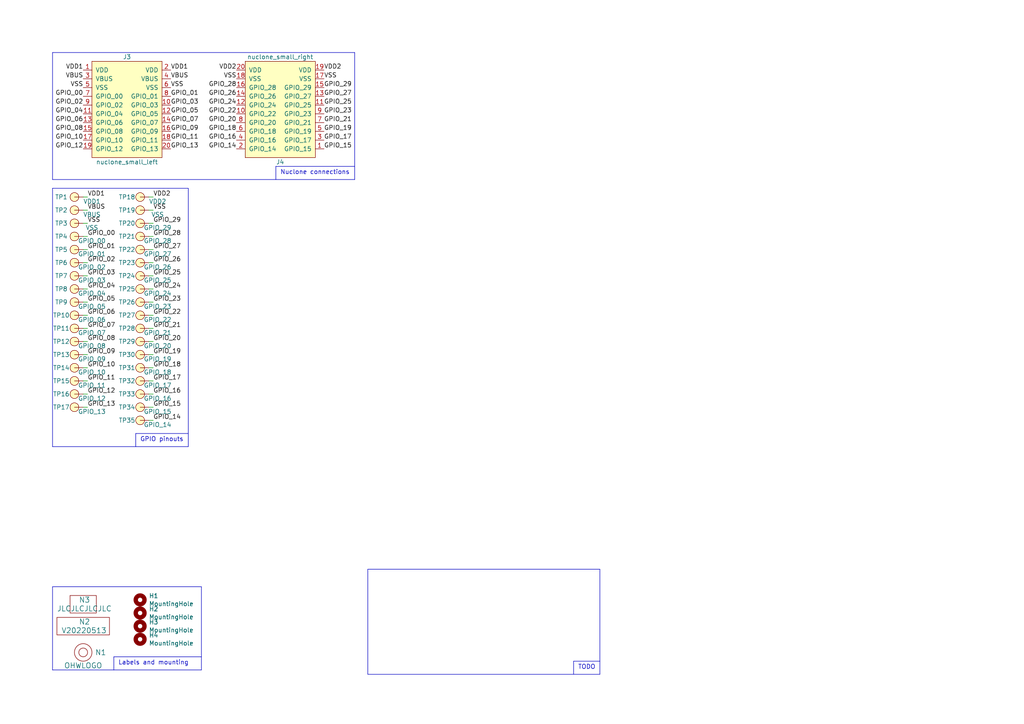
<source format=kicad_sch>
(kicad_sch (version 20230121) (generator eeschema)
  (paper "A4")
  (lib_symbols
    (symbol "Mechanical:MountingHole" (pin_names (offset 1.016))
      (property "Reference" "H" (at 0 5.08 0))
      (property "Value" "MountingHole" (at 0 3.175 0))
      (symbol "MountingHole_0_1"
        (circle (center 0 0) (radius 1.27) (stroke (width 1.27)))
      )
    )
    (symbol "SquantorConnectorsNamed:nuclone_small_left" (pin_names (offset 1.016))
      (property "Reference" "J" (at 0 15.24 0))
      (property "Value" "nuclone_small_left" (at 0 -15.24 0))
      (symbol "nuclone_small_left_0_1"
        (rectangle (start -10.16 13.97) (end 10.16 -13.97) (fill (type background)))
      )
      (symbol "nuclone_small_left_1_1"
        (pin power_in line (at -12.7 11.43 0) (length 2.54) (name "VDD") (number "1"))
        (pin bidirectional line (at 12.7 1.27 180) (length 2.54) (name "GPIO_03") (number "10"))
        (pin bidirectional line (at -12.7 -1.27 0) (length 2.54) (name "GPIO_04") (number "11"))
        (pin bidirectional line (at 12.7 -1.27 180) (length 2.54) (name "GPIO_05") (number "12"))
        (pin bidirectional line (at -12.7 -3.81 0) (length 2.54) (name "GPIO_06") (number "13"))
        (pin bidirectional line (at 12.7 -3.81 180) (length 2.54) (name "GPIO_07") (number "14"))
        (pin bidirectional line (at -12.7 -6.35 0) (length 2.54) (name "GPIO_08") (number "15"))
        (pin bidirectional line (at 12.7 -6.35 180) (length 2.54) (name "GPIO_09") (number "16"))
        (pin bidirectional line (at -12.7 -8.89 0) (length 2.54) (name "GPIO_10") (number "17"))
        (pin bidirectional line (at 12.7 -8.89 180) (length 2.54) (name "GPIO_11") (number "18"))
        (pin bidirectional line (at -12.7 -11.43 0) (length 2.54) (name "GPIO_12") (number "19"))
        (pin power_in line (at 12.7 11.43 180) (length 2.54) (name "VDD") (number "2"))
        (pin bidirectional line (at 12.7 -11.43 180) (length 2.54) (name "GPIO_13") (number "20"))
        (pin power_in line (at -12.7 8.89 0) (length 2.54) (name "VBUS") (number "3"))
        (pin power_in line (at 12.7 8.89 180) (length 2.54) (name "VBUS") (number "4"))
        (pin power_in line (at -12.7 6.35 0) (length 2.54) (name "VSS") (number "5"))
        (pin power_in line (at 12.7 6.35 180) (length 2.54) (name "VSS") (number "6"))
        (pin bidirectional line (at -12.7 3.81 0) (length 2.54) (name "GPIO_00") (number "7"))
        (pin bidirectional line (at 12.7 3.81 180) (length 2.54) (name "GPIO_01") (number "8"))
        (pin bidirectional line (at -12.7 1.27 0) (length 2.54) (name "GPIO_02") (number "9"))
      )
    )
    (symbol "SquantorConnectorsNamed:nuclone_small_right" (pin_names (offset 1.016))
      (property "Reference" "J" (at 0 -15.24 0))
      (property "Value" "nuclone_small_right" (at 0 15.24 0))
      (symbol "nuclone_small_right_0_1"
        (rectangle (start 10.16 -13.97) (end -10.16 13.97) (fill (type background)))
      )
      (symbol "nuclone_small_right_1_1"
        (pin bidirectional line (at 12.7 -11.43 180) (length 2.54) (name "GPIO_15") (number "1"))
        (pin bidirectional line (at -12.7 -1.27 0) (length 2.54) (name "GPIO_22") (number "10"))
        (pin bidirectional line (at 12.7 1.27 180) (length 2.54) (name "GPIO_25") (number "11"))
        (pin bidirectional line (at -12.7 1.27 0) (length 2.54) (name "GPIO_24") (number "12"))
        (pin bidirectional line (at 12.7 3.81 180) (length 2.54) (name "GPIO_27") (number "13"))
        (pin bidirectional line (at -12.7 3.81 0) (length 2.54) (name "GPIO_26") (number "14"))
        (pin bidirectional line (at 12.7 6.35 180) (length 2.54) (name "GPIO_29") (number "15"))
        (pin bidirectional line (at -12.7 6.35 0) (length 2.54) (name "GPIO_28") (number "16"))
        (pin power_in line (at 12.7 8.89 180) (length 2.54) (name "VSS") (number "17"))
        (pin power_in line (at -12.7 8.89 0) (length 2.54) (name "VSS") (number "18"))
        (pin power_in line (at 12.7 11.43 180) (length 2.54) (name "VDD") (number "19"))
        (pin bidirectional line (at -12.7 -11.43 0) (length 2.54) (name "GPIO_14") (number "2"))
        (pin power_in line (at -12.7 11.43 0) (length 2.54) (name "VDD") (number "20"))
        (pin bidirectional line (at 12.7 -8.89 180) (length 2.54) (name "GPIO_17") (number "3"))
        (pin bidirectional line (at -12.7 -8.89 0) (length 2.54) (name "GPIO_16") (number "4"))
        (pin bidirectional line (at 12.7 -6.35 180) (length 2.54) (name "GPIO_19") (number "5"))
        (pin bidirectional line (at -12.7 -6.35 0) (length 2.54) (name "GPIO_18") (number "6"))
        (pin bidirectional line (at 12.7 -3.81 180) (length 2.54) (name "GPIO_21") (number "7"))
        (pin bidirectional line (at -12.7 -3.81 0) (length 2.54) (name "GPIO_20") (number "8"))
        (pin bidirectional line (at 12.7 -1.27 180) (length 2.54) (name "GPIO_23") (number "9"))
      )
    )
    (symbol "SquantorLabels:Label" (pin_names (offset 1.016))
      (property "Reference" "N" (at 0 1.27 0))
      (property "Value" "Label" (at 0 -1.27 0))
      (symbol "Label_0_1"
        (rectangle (start -3.81 2.54) (end 3.81 -2.54))
      )
    )
    (symbol "SquantorLabels:OHWLOGO" (pin_names (offset 1.016))
      (property "Reference" "N" (at 0 3.81 0))
      (property "Value" "OHWLOGO" (at 0 -3.81 0))
      (symbol "OHWLOGO_0_1"
        (circle (center 0 0) (radius 1.27))
        (circle (center 0 0) (radius 2.54))
      )
    )
    (symbol "SquantorLabels:VYYYYMMDD" (pin_names (offset 1.016))
      (property "Reference" "N" (at 0 2.54 0))
      (property "Value" "VYYYYMMDD" (at 0 0 0))
      (symbol "VYYYYMMDD_0_1"
        (rectangle (start 7.62 -1.27) (end -7.62 3.81))
      )
    )
    (symbol "SquantorProto:testpad" (pin_numbers hide) (pin_names (offset 1.016) hide)
      (property "Reference" "TP" (at 0 2.54 0))
      (property "Value" "testpad" (at 0 -2.54 0))
      (symbol "testpad_0_1"
        (circle (center 0 0) (radius 1.27) (fill (type background)))
      )
      (symbol "testpad_1_1"
        (pin passive line (at -2.54 0 0) (length 2.54) (name "1") (number "1"))
      )
    )
  )
  (wire (pts (xy 24.13 102.87) (xy 25.4 102.87)))
  (polyline (pts (xy 39.37 125.73) (xy 39.37 129.54)))
  (wire (pts (xy 24.13 60.96) (xy 25.4 60.96)))
  (wire (pts (xy 24.13 110.49) (xy 25.4 110.49)))
  (polyline (pts (xy 102.87 15.24) (xy 15.24 15.24)))
  (wire (pts (xy 44.45 68.58) (xy 43.18 68.58)))
  (wire (pts (xy 25.4 64.77) (xy 24.13 64.77)))
  (wire (pts (xy 25.4 106.68) (xy 24.13 106.68)))
  (wire (pts (xy 43.18 102.87) (xy 44.45 102.87)))
  (polyline (pts (xy 58.42 194.31) (xy 58.42 170.18)))
  (wire (pts (xy 44.45 118.11) (xy 43.18 118.11)))
  (polyline (pts (xy 54.61 129.54) (xy 54.61 54.61)))
  (wire (pts (xy 25.4 114.3) (xy 24.13 114.3)))
  (polyline (pts (xy 54.61 125.73) (xy 39.37 125.73)))
  (polyline (pts (xy 15.24 129.54) (xy 54.61 129.54)))
  (wire (pts (xy 25.4 76.2) (xy 24.13 76.2)))
  (polyline (pts (xy 102.87 48.26) (xy 80.01 48.26)))
  (polyline (pts (xy 106.68 165.1) (xy 173.99 165.1)))
  (polyline (pts (xy 54.61 54.61) (xy 15.24 54.61)))
  (polyline (pts (xy 173.99 165.1) (xy 173.99 195.58)))
  (wire (pts (xy 24.13 95.25) (xy 25.4 95.25)))
  (polyline (pts (xy 15.24 170.18) (xy 15.24 194.31)))
  (polyline (pts (xy 15.24 54.61) (xy 15.24 129.54)))
  (polyline (pts (xy 58.42 170.18) (xy 15.24 170.18)))
  (wire (pts (xy 44.45 99.06) (xy 43.18 99.06)))
  (wire (pts (xy 44.45 106.68) (xy 43.18 106.68)))
  (wire (pts (xy 43.18 72.39) (xy 44.45 72.39)))
  (wire (pts (xy 43.18 80.01) (xy 44.45 80.01)))
  (wire (pts (xy 24.13 72.39) (xy 25.4 72.39)))
  (wire (pts (xy 25.4 99.06) (xy 24.13 99.06)))
  (wire (pts (xy 43.18 121.92) (xy 44.45 121.92)))
  (wire (pts (xy 43.18 114.3) (xy 44.45 114.3)))
  (polyline (pts (xy 15.24 194.31) (xy 58.42 194.31)))
  (wire (pts (xy 44.45 60.96) (xy 43.18 60.96)))
  (polyline (pts (xy 80.01 48.26) (xy 80.01 52.07)))
  (polyline (pts (xy 102.87 52.07) (xy 102.87 15.24)))
  (wire (pts (xy 24.13 87.63) (xy 25.4 87.63)))
  (wire (pts (xy 24.13 118.11) (xy 25.4 118.11)))
  (wire (pts (xy 44.45 91.44) (xy 43.18 91.44)))
  (polyline (pts (xy 15.24 15.24) (xy 15.24 52.07)))
  (polyline (pts (xy 15.24 52.07) (xy 102.87 52.07)))
  (wire (pts (xy 43.18 95.25) (xy 44.45 95.25)))
  (polyline (pts (xy 106.68 195.58) (xy 106.68 165.1)))
  (wire (pts (xy 25.4 57.15) (xy 24.13 57.15)))
  (polyline (pts (xy 166.37 195.58) (xy 166.37 191.77)))
  (wire (pts (xy 43.18 57.15) (xy 44.45 57.15)))
  (polyline (pts (xy 58.42 190.5) (xy 33.02 190.5)))
  (wire (pts (xy 25.4 68.58) (xy 24.13 68.58)))
  (wire (pts (xy 25.4 83.82) (xy 24.13 83.82)))
  (wire (pts (xy 25.4 91.44) (xy 24.13 91.44)))
  (wire (pts (xy 43.18 110.49) (xy 44.45 110.49)))
  (wire (pts (xy 43.18 87.63) (xy 44.45 87.63)))
  (polyline (pts (xy 173.99 195.58) (xy 106.68 195.58)))
  (wire (pts (xy 44.45 83.82) (xy 43.18 83.82)))
  (wire (pts (xy 24.13 80.01) (xy 25.4 80.01)))
  (wire (pts (xy 43.18 64.77) (xy 44.45 64.77)))
  (wire (pts (xy 44.45 76.2) (xy 43.18 76.2)))
  (polyline (pts (xy 33.02 190.5) (xy 33.02 194.31)))
  (polyline (pts (xy 166.37 191.77) (xy 173.99 191.77)))
  (text "Nuclone connections" (at 81.28 50.8 0) (effects (font (size 1.27 1.27)) (justify left bottom)))
  (text "TODO" (at 167.64 194.31 0) (effects (font (size 1.27 1.27)) (justify left bottom)))
  (text "Labels and mounting" (at 34.29 193.04 0) (effects (font (size 1.27 1.27)) (justify left bottom)))
  (text "GPIO pinouts" (at 40.64 128.27 0) (effects (font (size 1.27 1.27)) (justify left bottom)))
  (label "VBUS" (at 49.53 22.86 0))
  (label "GPIO_08" (at 25.4 99.06 0))
  (label "GPIO_24" (at 44.45 83.82 0))
  (label "GPIO_02" (at 25.4 76.2 0))
  (label "GPIO_05" (at 49.53 33.02 0))
  (label "VSS" (at 93.98 22.86 0))
  (label "VDD2" (at 44.45 57.15 0))
  (label "GPIO_27" (at 93.98 27.94 0))
  (label "GPIO_12" (at 25.4 114.3 0))
  (label "GPIO_11" (at 25.4 110.49 0))
  (label "GPIO_20" (at 68.58 35.56 180))
  (label "GPIO_16" (at 68.58 40.64 180))
  (label "VDD2" (at 93.98 20.32 0))
  (label "GPIO_23" (at 93.98 33.02 0))
  (label "GPIO_04" (at 25.4 83.82 0))
  (label "VSS" (at 49.53 25.4 0))
  (label "GPIO_15" (at 93.98 43.18 0))
  (label "GPIO_09" (at 49.53 38.1 0))
  (label "GPIO_26" (at 44.45 76.2 0))
  (label "GPIO_03" (at 25.4 80.01 0))
  (label "GPIO_12" (at 24.13 43.18 180))
  (label "GPIO_22" (at 44.45 91.44 0))
  (label "GPIO_22" (at 68.58 33.02 180))
  (label "GPIO_26" (at 68.58 27.94 180))
  (label "GPIO_06" (at 24.13 35.56 180))
  (label "GPIO_19" (at 93.98 38.1 0))
  (label "VDD1" (at 49.53 20.32 0))
  (label "GPIO_29" (at 93.98 25.4 0))
  (label "GPIO_19" (at 44.45 102.87 0))
  (label "VDD1" (at 24.13 20.32 180))
  (label "VDD1" (at 25.4 57.15 0))
  (label "VBUS" (at 24.13 22.86 180))
  (label "GPIO_00" (at 24.13 27.94 180))
  (label "GPIO_07" (at 25.4 95.25 0))
  (label "GPIO_27" (at 44.45 72.39 0))
  (label "GPIO_16" (at 44.45 114.3 0))
  (label "VDD2" (at 68.58 20.32 180))
  (label "GPIO_04" (at 24.13 33.02 180))
  (label "GPIO_03" (at 49.53 30.48 0))
  (label "GPIO_21" (at 93.98 35.56 0))
  (label "GPIO_20" (at 44.45 99.06 0))
  (label "GPIO_10" (at 24.13 40.64 180))
  (label "VBUS" (at 25.4 60.96 0))
  (label "GPIO_29" (at 44.45 64.77 0))
  (label "GPIO_18" (at 68.58 38.1 180))
  (label "GPIO_25" (at 44.45 80.01 0))
  (label "VSS" (at 25.4 64.77 0))
  (label "GPIO_01" (at 25.4 72.39 0))
  (label "GPIO_09" (at 25.4 102.87 0))
  (label "GPIO_23" (at 44.45 87.63 0))
  (label "GPIO_10" (at 25.4 106.68 0))
  (label "GPIO_28" (at 68.58 25.4 180))
  (label "GPIO_05" (at 25.4 87.63 0))
  (label "GPIO_24" (at 68.58 30.48 180))
  (label "GPIO_21" (at 44.45 95.25 0))
  (label "GPIO_08" (at 24.13 38.1 180))
  (label "VSS" (at 24.13 25.4 180))
  (label "GPIO_17" (at 44.45 110.49 0))
  (label "VSS" (at 68.58 22.86 180))
  (label "GPIO_25" (at 93.98 30.48 0))
  (label "GPIO_14" (at 44.45 121.92 0))
  (label "GPIO_06" (at 25.4 91.44 0))
  (label "GPIO_14" (at 68.58 43.18 180))
  (label "GPIO_18" (at 44.45 106.68 0))
  (label "GPIO_15" (at 44.45 118.11 0))
  (label "GPIO_02" (at 24.13 30.48 180))
  (label "GPIO_11" (at 49.53 40.64 0))
  (label "GPIO_01" (at 49.53 27.94 0))
  (label "GPIO_13" (at 25.4 118.11 0))
  (label "GPIO_17" (at 93.98 40.64 0))
  (label "GPIO_28" (at 44.45 68.58 0))
  (label "GPIO_13" (at 49.53 43.18 0))
  (label "GPIO_07" (at 49.53 35.56 0))
  (label "GPIO_00" (at 25.4 68.58 0))
  (label "VSS" (at 44.45 60.96 0))
  (symbol (lib_id "SquantorLabels:OHWLOGO") (at 24.13 189.23 0) (unit 1)
    (property "Reference" "N1" (at 29.21 189.23 0) (effects (font (size 1.524 1.524))))
    (property "Value" "OHWLOGO" (at 24.13 193.04 0) (effects (font (size 1.524 1.524))))
    (property "Footprint" "Symbols:OSHW-Symbol_6.7x6mm_SilkScreen" (effects hide))
  )
  (symbol (lib_id "Mechanical:MountingHole") (at 40.64 185.42 0) (unit 1)
    (property "Reference" "H4" (at 43.18 184.2516 0) (effects (justify left)))
    (property "Value" "MountingHole" (at 43.18 186.563 0) (effects (justify left)))
    (property "Footprint" "MountingHole:MountingHole_3.2mm_M3_Pad_Via" (effects hide))
  )
  (symbol (lib_id "Mechanical:MountingHole") (at 40.64 181.61 0) (unit 1)
    (property "Reference" "H3" (at 43.18 180.4416 0) (effects (justify left)))
    (property "Value" "MountingHole" (at 43.18 182.753 0) (effects (justify left)))
    (property "Footprint" "MountingHole:MountingHole_3.2mm_M3_Pad_Via" (effects hide))
  )
  (symbol (lib_id "Mechanical:MountingHole") (at 40.64 177.8 0) (unit 1)
    (property "Reference" "H2" (at 43.18 176.6316 0) (effects (justify left)))
    (property "Value" "MountingHole" (at 43.18 178.943 0) (effects (justify left)))
    (property "Footprint" "MountingHole:MountingHole_3.2mm_M3_Pad_Via" (effects hide))
  )
  (symbol (lib_id "Mechanical:MountingHole") (at 40.64 173.99 0) (unit 1)
    (property "Reference" "H1" (at 43.18 172.8216 0) (effects (justify left)))
    (property "Value" "MountingHole" (at 43.18 175.133 0) (effects (justify left)))
    (property "Footprint" "MountingHole:MountingHole_3.2mm_M3_Pad_Via" (effects hide))
  )
  (symbol (lib_id "SquantorLabels:VYYYYMMDD") (at 24.13 182.88 0) (unit 1)
    (property "Reference" "N2" (at 22.86 180.34 0) (effects (font (size 1.524 1.524)) (justify left)))
    (property "Value" "V20220513" (at 17.78 182.88 0) (effects (font (size 1.524 1.524)) (justify left)))
    (property "Footprint" "SquantorLabels:Label_Generic" (effects hide))
  )
  (symbol (lib_id "SquantorConnectorsNamed:nuclone_small_left") (at 36.83 31.75 0) (unit 1)
    (property "Reference" "J3" (at 36.83 16.51 0))
    (property "Value" "nuclone_small_left" (at 36.83 46.99 0))
    (property "Footprint" "SquantorConnectorsNamed:nuclone_small_left_stacked" (effects hide))
  )
  (symbol (lib_id "SquantorConnectorsNamed:nuclone_small_right") (at 81.28 31.75 0) (unit 1)
    (property "Reference" "J4" (at 81.28 46.99 0))
    (property "Value" "nuclone_small_right" (at 81.28 16.51 0))
    (property "Footprint" "SquantorConnectorsNamed:nuclone_small_right_stacked" (effects hide))
  )
  (symbol (lib_id "SquantorLabels:Label") (at 24.13 175.26 0) (unit 1)
    (property "Reference" "N3" (at 22.86 173.99 0) (effects (font (size 1.524 1.524)) (justify left)))
    (property "Value" "JLCJLCJLCJLC" (at 16.51 176.53 0) (effects (font (size 1.524 1.524)) (justify left)))
    (property "Footprint" "SquantorLabels:Label_Generic" (effects hide))
  )
  (symbol (lib_id "SquantorProto:testpad") (at 21.59 57.15 180) (unit 1)
    (property "Reference" "TP1" (at 17.78 57.15 0))
    (property "Value" "VDD1" (at 26.67 58.42 0))
    (property "Footprint" "SquantorTestPoints:TestPoint_hole_H05R10_2side" (effects hide))
  )
  (symbol (lib_id "SquantorProto:testpad") (at 21.59 60.96 180) (unit 1)
    (property "Reference" "TP2" (at 17.78 60.96 0))
    (property "Value" "VBUS" (at 26.67 62.23 0))
    (property "Footprint" "SquantorTestPoints:TestPoint_hole_H05R10_2side" (effects hide))
  )
  (symbol (lib_id "SquantorProto:testpad") (at 21.59 64.77 180) (unit 1)
    (property "Reference" "TP3" (at 17.78 64.77 0))
    (property "Value" "VSS" (at 26.67 66.04 0))
    (property "Footprint" "SquantorTestPoints:TestPoint_hole_H05R10_2side" (effects hide))
  )
  (symbol (lib_id "SquantorProto:testpad") (at 21.59 68.58 180) (unit 1)
    (property "Reference" "TP4" (at 17.78 68.58 0))
    (property "Value" "GPIO_00" (at 26.67 69.85 0))
    (property "Footprint" "SquantorTestPoints:TestPoint_hole_H05R10_2side" (effects hide))
  )
  (symbol (lib_id "SquantorProto:testpad") (at 21.59 72.39 180) (unit 1)
    (property "Reference" "TP5" (at 17.78 72.39 0))
    (property "Value" "GPIO_01" (at 26.67 73.66 0))
    (property "Footprint" "SquantorTestPoints:TestPoint_hole_H05R10_2side" (effects hide))
  )
  (symbol (lib_id "SquantorProto:testpad") (at 21.59 76.2 180) (unit 1)
    (property "Reference" "TP6" (at 17.78 76.2 0))
    (property "Value" "GPIO_02" (at 26.67 77.47 0))
    (property "Footprint" "SquantorTestPoints:TestPoint_hole_H05R10_2side" (effects hide))
  )
  (symbol (lib_id "SquantorProto:testpad") (at 21.59 80.01 180) (unit 1)
    (property "Reference" "TP7" (at 17.78 80.01 0))
    (property "Value" "GPIO_03" (at 26.67 81.28 0))
    (property "Footprint" "SquantorTestPoints:TestPoint_hole_H05R10_2side" (effects hide))
  )
  (symbol (lib_id "SquantorProto:testpad") (at 21.59 83.82 180) (unit 1)
    (property "Reference" "TP8" (at 17.78 83.82 0))
    (property "Value" "GPIO_04" (at 26.67 85.09 0))
    (property "Footprint" "SquantorTestPoints:TestPoint_hole_H05R10_2side" (effects hide))
  )
  (symbol (lib_id "SquantorProto:testpad") (at 21.59 87.63 180) (unit 1)
    (property "Reference" "TP9" (at 17.78 87.63 0))
    (property "Value" "GPIO_05" (at 26.67 88.9 0))
    (property "Footprint" "SquantorTestPoints:TestPoint_hole_H05R10_2side" (effects hide))
  )
  (symbol (lib_id "SquantorProto:testpad") (at 21.59 91.44 180) (unit 1)
    (property "Reference" "TP10" (at 17.78 91.44 0))
    (property "Value" "GPIO_06" (at 26.67 92.71 0))
    (property "Footprint" "SquantorTestPoints:TestPoint_hole_H05R10_2side" (effects hide))
  )
  (symbol (lib_id "SquantorProto:testpad") (at 21.59 95.25 180) (unit 1)
    (property "Reference" "TP11" (at 17.78 95.25 0))
    (property "Value" "GPIO_07" (at 26.67 96.52 0))
    (property "Footprint" "SquantorTestPoints:TestPoint_hole_H05R10_2side" (effects hide))
  )
  (symbol (lib_id "SquantorProto:testpad") (at 21.59 99.06 180) (unit 1)
    (property "Reference" "TP12" (at 17.78 99.06 0))
    (property "Value" "GPIO_08" (at 26.67 100.33 0))
    (property "Footprint" "SquantorTestPoints:TestPoint_hole_H05R10_2side" (effects hide))
  )
  (symbol (lib_id "SquantorProto:testpad") (at 21.59 102.87 180) (unit 1)
    (property "Reference" "TP13" (at 17.78 102.87 0))
    (property "Value" "GPIO_09" (at 26.67 104.14 0))
    (property "Footprint" "SquantorTestPoints:TestPoint_hole_H05R10_2side" (effects hide))
  )
  (symbol (lib_id "SquantorProto:testpad") (at 21.59 106.68 180) (unit 1)
    (property "Reference" "TP14" (at 17.78 106.68 0))
    (property "Value" "GPIO_10" (at 26.67 107.95 0))
    (property "Footprint" "SquantorTestPoints:TestPoint_hole_H05R10_2side" (effects hide))
  )
  (symbol (lib_id "SquantorProto:testpad") (at 21.59 110.49 180) (unit 1)
    (property "Reference" "TP15" (at 17.78 110.49 0))
    (property "Value" "GPIO_11" (at 26.67 111.76 0))
    (property "Footprint" "SquantorTestPoints:TestPoint_hole_H05R10_2side" (effects hide))
  )
  (symbol (lib_id "SquantorProto:testpad") (at 21.59 114.3 180) (unit 1)
    (property "Reference" "TP16" (at 17.78 114.3 0))
    (property "Value" "GPIO_12" (at 26.67 115.57 0))
    (property "Footprint" "SquantorTestPoints:TestPoint_hole_H05R10_2side" (effects hide))
  )
  (symbol (lib_id "SquantorProto:testpad") (at 21.59 118.11 180) (unit 1)
    (property "Reference" "TP17" (at 17.78 118.11 0))
    (property "Value" "GPIO_13" (at 26.67 119.38 0))
    (property "Footprint" "SquantorTestPoints:TestPoint_hole_H05R10_2side" (effects hide))
  )
  (symbol (lib_id "SquantorProto:testpad") (at 40.64 57.15 180) (unit 1)
    (property "Reference" "TP18" (at 36.83 57.15 0))
    (property "Value" "VDD2" (at 45.72 58.42 0))
    (property "Footprint" "SquantorTestPoints:TestPoint_hole_H05R10_2side" (effects hide))
  )
  (symbol (lib_id "SquantorProto:testpad") (at 40.64 60.96 180) (unit 1)
    (property "Reference" "TP19" (at 36.83 60.96 0))
    (property "Value" "VSS" (at 45.72 62.23 0))
    (property "Footprint" "SquantorTestPoints:TestPoint_hole_H05R10_2side" (effects hide))
  )
  (symbol (lib_id "SquantorProto:testpad") (at 40.64 72.39 180) (unit 1)
    (property "Reference" "TP22" (at 36.83 72.39 0))
    (property "Value" "GPIO_27" (at 45.72 73.66 0))
    (property "Footprint" "SquantorTestPoints:TestPoint_hole_H05R10_2side" (effects hide))
  )
  (symbol (lib_id "SquantorProto:testpad") (at 40.64 76.2 180) (unit 1)
    (property "Reference" "TP23" (at 36.83 76.2 0))
    (property "Value" "GPIO_26" (at 45.72 77.47 0))
    (property "Footprint" "SquantorTestPoints:TestPoint_hole_H05R10_2side" (effects hide))
  )
  (symbol (lib_id "SquantorProto:testpad") (at 40.64 80.01 180) (unit 1)
    (property "Reference" "TP24" (at 36.83 80.01 0))
    (property "Value" "GPIO_25" (at 45.72 81.28 0))
    (property "Footprint" "SquantorTestPoints:TestPoint_hole_H05R10_2side" (effects hide))
  )
  (symbol (lib_id "SquantorProto:testpad") (at 40.64 83.82 180) (unit 1)
    (property "Reference" "TP25" (at 36.83 83.82 0))
    (property "Value" "GPIO_24" (at 45.72 85.09 0))
    (property "Footprint" "SquantorTestPoints:TestPoint_hole_H05R10_2side" (effects hide))
  )
  (symbol (lib_id "SquantorProto:testpad") (at 40.64 87.63 180) (unit 1)
    (property "Reference" "TP26" (at 36.83 87.63 0))
    (property "Value" "GPIO_23" (at 45.72 88.9 0))
    (property "Footprint" "SquantorTestPoints:TestPoint_hole_H05R10_2side" (effects hide))
  )
  (symbol (lib_id "SquantorProto:testpad") (at 40.64 91.44 180) (unit 1)
    (property "Reference" "TP27" (at 36.83 91.44 0))
    (property "Value" "GPIO_22" (at 45.72 92.71 0))
    (property "Footprint" "SquantorTestPoints:TestPoint_hole_H05R10_2side" (effects hide))
  )
  (symbol (lib_id "SquantorProto:testpad") (at 40.64 95.25 180) (unit 1)
    (property "Reference" "TP28" (at 36.83 95.25 0))
    (property "Value" "GPIO_21" (at 45.72 96.52 0))
    (property "Footprint" "SquantorTestPoints:TestPoint_hole_H05R10_2side" (effects hide))
  )
  (symbol (lib_id "SquantorProto:testpad") (at 40.64 99.06 180) (unit 1)
    (property "Reference" "TP29" (at 36.83 99.06 0))
    (property "Value" "GPIO_20" (at 45.72 100.33 0))
    (property "Footprint" "SquantorTestPoints:TestPoint_hole_H05R10_2side" (effects hide))
  )
  (symbol (lib_id "SquantorProto:testpad") (at 40.64 102.87 180) (unit 1)
    (property "Reference" "TP30" (at 36.83 102.87 0))
    (property "Value" "GPIO_19" (at 45.72 104.14 0))
    (property "Footprint" "SquantorTestPoints:TestPoint_hole_H05R10_2side" (effects hide))
  )
  (symbol (lib_id "SquantorProto:testpad") (at 40.64 106.68 180) (unit 1)
    (property "Reference" "TP31" (at 36.83 106.68 0))
    (property "Value" "GPIO_18" (at 45.72 107.95 0))
    (property "Footprint" "SquantorTestPoints:TestPoint_hole_H05R10_2side" (effects hide))
  )
  (symbol (lib_id "SquantorProto:testpad") (at 40.64 110.49 180) (unit 1)
    (property "Reference" "TP32" (at 36.83 110.49 0))
    (property "Value" "GPIO_17" (at 45.72 111.76 0))
    (property "Footprint" "SquantorTestPoints:TestPoint_hole_H05R10_2side" (effects hide))
  )
  (symbol (lib_id "SquantorProto:testpad") (at 40.64 114.3 180) (unit 1)
    (property "Reference" "TP33" (at 36.83 114.3 0))
    (property "Value" "GPIO_16" (at 45.72 115.57 0))
    (property "Footprint" "SquantorTestPoints:TestPoint_hole_H05R10_2side" (effects hide))
  )
  (symbol (lib_id "SquantorProto:testpad") (at 40.64 118.11 180) (unit 1)
    (property "Reference" "TP34" (at 36.83 118.11 0))
    (property "Value" "GPIO_15" (at 45.72 119.38 0))
    (property "Footprint" "SquantorTestPoints:TestPoint_hole_H05R10_2side" (effects hide))
  )
  (symbol (lib_id "SquantorProto:testpad") (at 40.64 121.92 180) (unit 1)
    (property "Reference" "TP35" (at 36.83 121.92 0))
    (property "Value" "GPIO_14" (at 45.72 123.19 0))
    (property "Footprint" "SquantorTestPoints:TestPoint_hole_H05R10_2side" (effects hide))
  )
  (symbol (lib_id "SquantorProto:testpad") (at 40.64 64.77 180) (unit 1)
    (property "Reference" "TP20" (at 36.83 64.77 0))
    (property "Value" "GPIO_29" (at 45.72 66.04 0))
    (property "Footprint" "SquantorTestPoints:TestPoint_hole_H05R10_2side" (effects hide))
  )
  (symbol (lib_id "SquantorProto:testpad") (at 40.64 68.58 180) (unit 1)
    (property "Reference" "TP21" (at 36.83 68.58 0))
    (property "Value" "GPIO_28" (at 45.72 69.85 0))
    (property "Footprint" "SquantorTestPoints:TestPoint_hole_H05R10_2side" (effects hide))
  )
)
</source>
